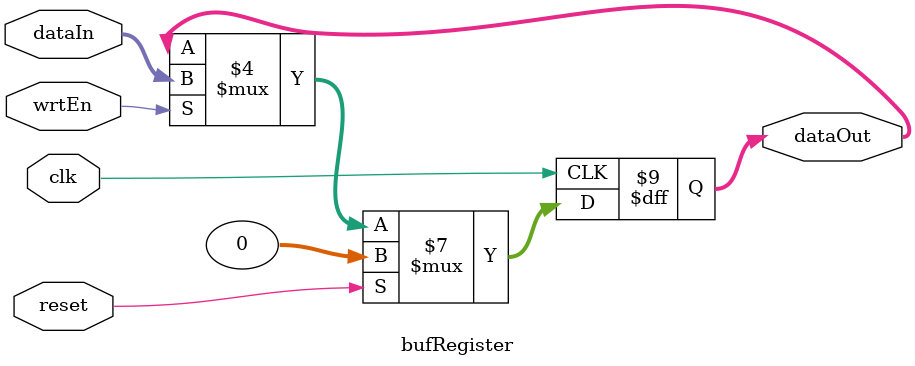
<source format=v>
module bufRegister(clk, reset, wrtEn, dataIn, dataOut);
	parameter BIT_WIDTH = 32;
	parameter RESET_VALUE = 0;
	
	input clk, reset, wrtEn;
	input[BIT_WIDTH - 1: 0] dataIn;
	output[BIT_WIDTH - 1: 0] dataOut;
	reg[BIT_WIDTH - 1: 0] dataOut;
	
	always @(posedge clk) begin
		if (reset == 1'b1)
			dataOut <= RESET_VALUE;
		else if (wrtEn == 1'b1)
			dataOut <= dataIn;
	end
	
endmodule
</source>
